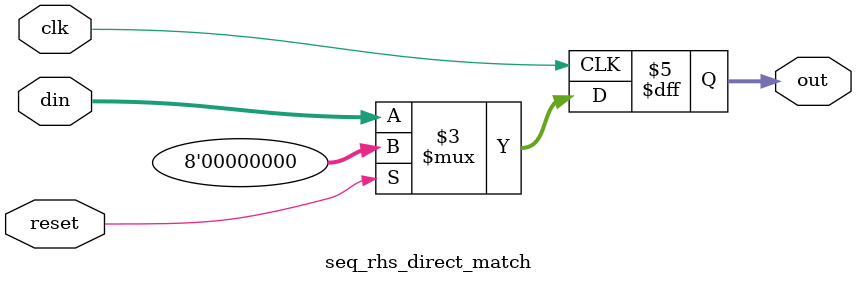
<source format=sv>

module seq_rhs_direct_match (
  output reg [7:0] out,
  input wire [7:0] din,
  input wire clk,
  input wire reset
);
always_ff @(posedge clk)
if (reset) begin
  out = 8'b0;
end else begin
  out = din;
end
endmodule

</source>
